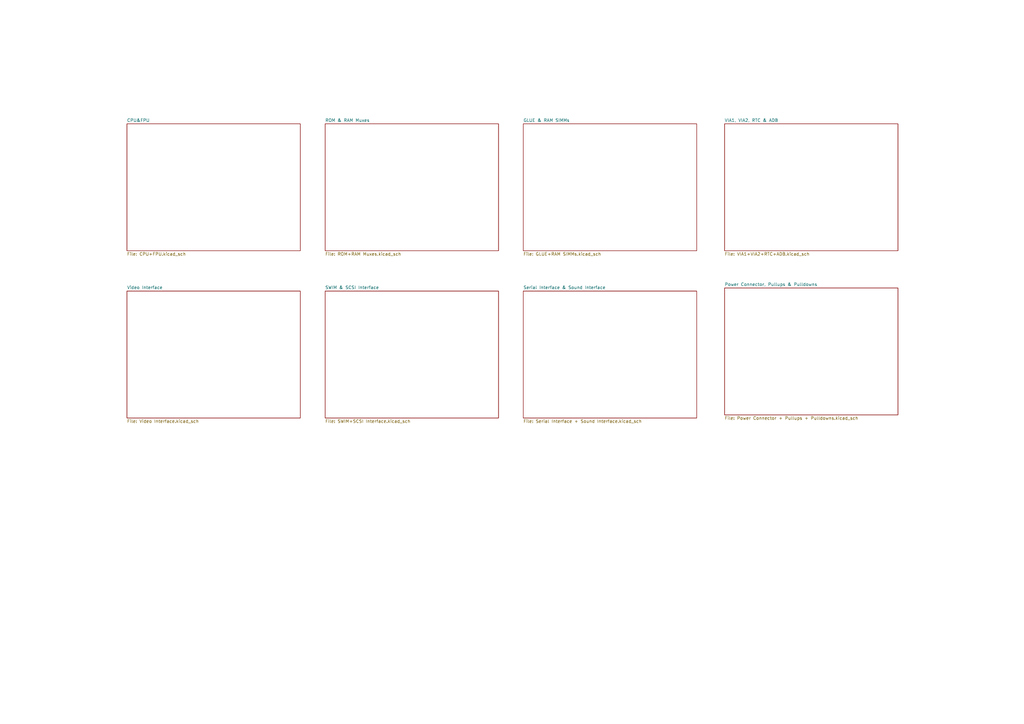
<source format=kicad_sch>
(kicad_sch (version 20230121) (generator eeschema)
  (paper "A3")
  (title_block (title "ROM & RAM Address Muxes") (date "2022-10-15") (rev "5") (company "Simplified by James Wood — j-w.co"))
  (lib_symbols)
  (sheet (at 52.07 50.8) (size 71.12 52.07)
    (property "Sheetname" "CPU&FPU" (at 52.07 50.0884 0) (effects (justify left bottom)))
    (property "Sheetfile" "CPU+FPU.kicad_sch" (at 52.07 103.4546 0) (effects (justify left top)))
  )
  (sheet (at 133.35 50.8) (size 71.12 52.07)
    (property "Sheetname" "ROM & RAM Muxes" (at 133.35 50.0884 0) (effects (justify left bottom)))
    (property "Sheetfile" "ROM+RAM Muxes.kicad_sch" (at 133.35 103.4546 0) (effects (justify left top)))
  )
  (sheet (at 214.63 50.8) (size 71.12 52.07)
    (property "Sheetname" "GLUE & RAM SIMMs" (at 214.63 50.0884 0) (effects (justify left bottom)))
    (property "Sheetfile" "GLUE+RAM SIMMs.kicad_sch" (at 214.63 103.4546 0) (effects (justify left top)))
  )
  (sheet (at 297.18 50.8) (size 71.12 52.07)
    (property "Sheetname" "VIA1, VIA2, RTC & ADB" (at 297.18 50.0884 0) (effects (justify left bottom)))
    (property "Sheetfile" "VIA1+VIA2+RTC+ADB.kicad_sch" (at 297.18 103.4546 0) (effects (justify left top)))
  )
  (sheet (at 52.07 119.38) (size 71.12 52.07)
    (property "Sheetname" "Video Interface" (at 52.07 118.6684 0) (effects (justify left bottom)))
    (property "Sheetfile" "Video Interface.kicad_sch" (at 52.07 172.0346 0) (effects (justify left top)))
  )
  (sheet (at 133.35 119.38) (size 71.12 52.07)
    (property "Sheetname" "SWIM & SCSI Interface" (at 133.35 118.6684 0) (effects (justify left bottom)))
    (property "Sheetfile" "SWIM+SCSI Interface.kicad_sch" (at 133.35 172.0346 0) (effects (justify left top)))
  )
  (sheet (at 214.63 119.38) (size 71.12 52.07)
    (property "Sheetname" "Serial Interface & Sound Interface" (at 214.63 118.6684 0) (effects (justify left bottom)))
    (property "Sheetfile" "Serial Interface + Sound Interface.kicad_sch" (at 214.63 172.0346 0) (effects (justify left top)))
  )
  (sheet (at 297.18 118.11) (size 71.12 52.07)
    (property "Sheetname" "Power Connector, Pullups & Pulldowns" (at 297.18 117.3984 0) (effects (justify left bottom)))
    (property "Sheetfile" "Power Connector + Pullups + Pulldowns.kicad_sch" (at 297.18 170.7646 0) (effects (justify left top)))
  )
)
</source>
